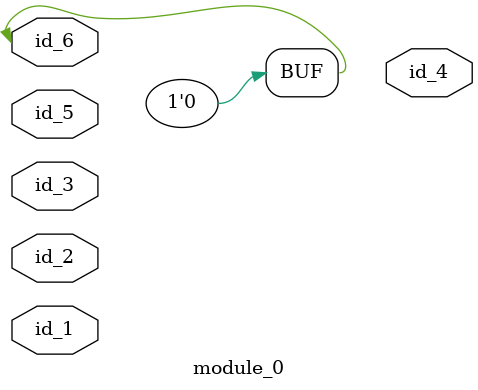
<source format=v>
module module_0 (
    id_1,
    id_2,
    id_3,
    id_4,
    id_5,
    id_6
);
  inout id_6;
  input id_5;
  output id_4;
  inout id_3;
  input id_2;
  input id_1;
  initial id_6 = ~1;
endmodule

</source>
